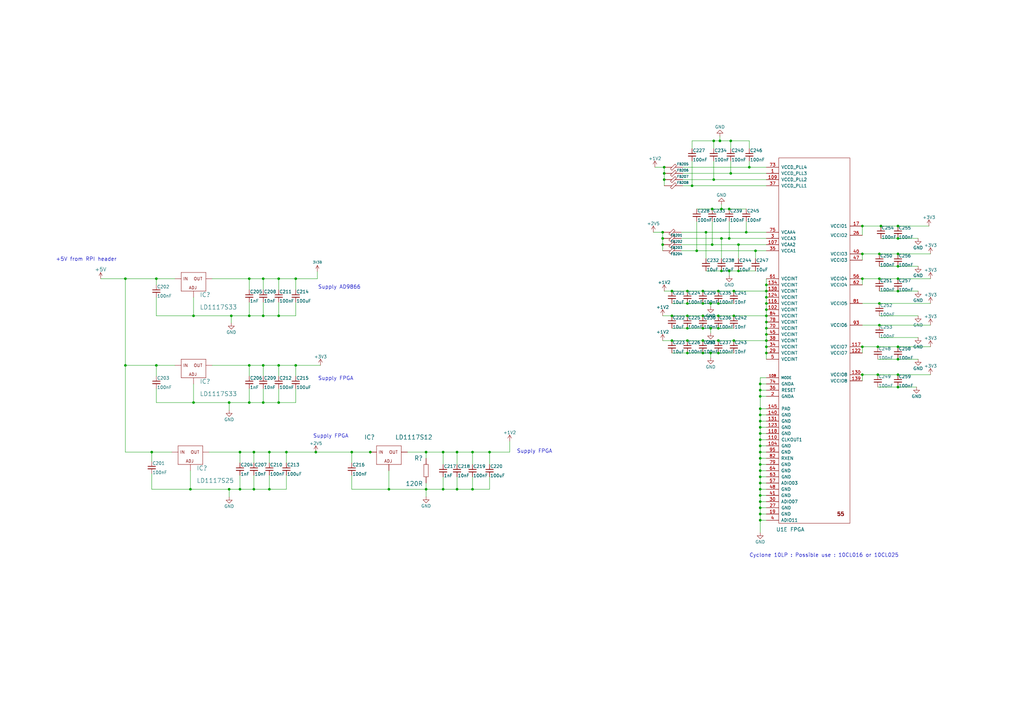
<source format=kicad_sch>
(kicad_sch (version 20231120) (generator "eeschema") (generator_version "8.0")
  (paper "A3")
  (title_block (date "2021-04-21") (rev "beta5") (company "AppMind") (comment 1 "PA3GSB"))
  (junction (at 275.59 129.54))
  (junction (at 114.3 114.3))
  (junction (at 368.3 158.75))
  (junction (at 104.14 200.66))
  (junction (at 288.29 144.78))
  (junction (at 291.465 124.46))
  (junction (at 289.56 95.25))
  (junction (at 294.64 144.78))
  (junction (at 353.695 114.3))
  (junction (at 360.68 104.14))
  (junction (at 311.785 180.34))
  (junction (at 295.91 85.725))
  (junction (at 311.785 172.72))
  (junction (at 294.64 119.38))
  (junction (at 51.435 114.3))
  (junction (at 311.785 210.82))
  (junction (at 51.435 149.86))
  (junction (at 62.23 185.42))
  (junction (at 360.045 153.67))
  (junction (at 181.737 200.66))
  (junction (at 288.29 139.7))
  (junction (at 93.98 200.66))
  (junction (at 311.785 200.66))
  (junction (at 311.785 162.56))
  (junction (at 107.95 129.54))
  (junction (at 275.59 139.7))
  (junction (at 102.235 149.86))
  (junction (at 121.285 149.86))
  (junction (at 353.695 153.67))
  (junction (at 311.785 195.58))
  (junction (at 368.3 142.24))
  (junction (at 271.78 95.25))
  (junction (at 302.895 100.33))
  (junction (at 98.425 185.42))
  (junction (at 299.72 57.785))
  (junction (at 360.68 124.46))
  (junction (at 288.29 134.62))
  (junction (at 360.68 114.3))
  (junction (at 102.235 129.54))
  (junction (at 368.3 92.71))
  (junction (at 295.91 111.125))
  (junction (at 281.94 124.46))
  (junction (at 311.785 157.48))
  (junction (at 174.752 200.66))
  (junction (at 291.465 134.62))
  (junction (at 295.275 57.785))
  (junction (at 368.3 104.14))
  (junction (at 311.785 185.42))
  (junction (at 193.802 185.42))
  (junction (at 311.785 175.26))
  (junction (at 314.325 124.46))
  (junction (at 307.34 68.58))
  (junction (at 300.99 129.54))
  (junction (at 314.325 127))
  (junction (at 187.452 185.42))
  (junction (at 302.895 111.125))
  (junction (at 187.452 200.66))
  (junction (at 311.785 198.12))
  (junction (at 314.325 144.78))
  (junction (at 285.75 102.87))
  (junction (at 114.3 129.54))
  (junction (at 107.95 149.86))
  (junction (at 288.29 119.38))
  (junction (at 281.94 134.62))
  (junction (at 314.325 132.08))
  (junction (at 314.325 129.54))
  (junction (at 281.94 129.54))
  (junction (at 314.325 121.92))
  (junction (at 311.785 187.96))
  (junction (at 311.785 182.88))
  (junction (at 288.29 129.54))
  (junction (at 311.785 205.74))
  (junction (at 291.465 144.78))
  (junction (at 314.325 119.38))
  (junction (at 292.735 57.785))
  (junction (at 311.785 177.8))
  (junction (at 94.869 129.54))
  (junction (at 104.14 185.42))
  (junction (at 144.272 185.42))
  (junction (at 294.64 134.62))
  (junction (at 314.325 137.16))
  (junction (at 271.78 97.79))
  (junction (at 288.29 124.46))
  (junction (at 314.325 139.7))
  (junction (at 272.415 73.66))
  (junction (at 353.695 92.71))
  (junction (at 272.415 68.58))
  (junction (at 79.375 129.54))
  (junction (at 292.1 85.725))
  (junction (at 110.49 185.42))
  (junction (at 275.59 119.38))
  (junction (at 107.95 165.1))
  (junction (at 299.085 97.79))
  (junction (at 102.235 114.3))
  (junction (at 200.787 185.42))
  (junction (at 311.785 203.2))
  (junction (at 309.88 102.87))
  (junction (at 193.802 200.66))
  (junction (at 360.68 133.35))
  (junction (at 300.99 139.7))
  (junction (at 78.105 200.66))
  (junction (at 294.64 139.7))
  (junction (at 368.3 109.22))
  (junction (at 368.3 114.3))
  (junction (at 93.98 165.1))
  (junction (at 368.3 153.67))
  (junction (at 98.425 200.66))
  (junction (at 281.94 139.7))
  (junction (at 272.415 71.12))
  (junction (at 311.785 160.02))
  (junction (at 299.72 71.12))
  (junction (at 294.64 124.46))
  (junction (at 181.737 185.42))
  (junction (at 292.735 73.66))
  (junction (at 129.54 185.42))
  (junction (at 361.315 92.71))
  (junction (at 311.785 167.64))
  (junction (at 159.512 200.66))
  (junction (at 368.3 147.32))
  (junction (at 117.475 185.42))
  (junction (at 294.64 129.54))
  (junction (at 311.785 213.36))
  (junction (at 283.845 76.2))
  (junction (at 368.3 119.38))
  (junction (at 306.07 95.25))
  (junction (at 314.325 116.84))
  (junction (at 281.94 119.38))
  (junction (at 353.695 104.14))
  (junction (at 299.085 111.125))
  (junction (at 64.135 114.3))
  (junction (at 114.3 165.1))
  (junction (at 360.045 142.24))
  (junction (at 110.49 200.66))
  (junction (at 311.785 170.18))
  (junction (at 368.3 97.79))
  (junction (at 151.892 185.42))
  (junction (at 121.285 114.3))
  (junction (at 79.375 165.1))
  (junction (at 300.99 119.38))
  (junction (at 311.785 208.28))
  (junction (at 64.135 149.86))
  (junction (at 314.325 134.62))
  (junction (at 295.91 97.79))
  (junction (at 114.3 149.86))
  (junction (at 292.1 100.33))
  (junction (at 314.325 142.24))
  (junction (at 271.78 100.33))
  (junction (at 299.085 85.725))
  (junction (at 281.94 144.78))
  (junction (at 311.785 190.5))
  (junction (at 353.695 142.24))
  (junction (at 107.95 114.3))
  (junction (at 311.785 193.04))
  (junction (at 102.235 165.1))
  (junction (at 174.752 185.42))
  (wire (pts (xy 159.512 200.66) (xy 174.752 200.66)))
  (wire (pts (xy 51.435 149.86) (xy 51.435 185.42)))
  (wire (pts (xy 311.785 205.74) (xy 311.785 208.28)))
  (wire (pts (xy 289.56 95.25) (xy 306.07 95.25)))
  (wire (pts (xy 62.23 200.66) (xy 62.23 194.31)))
  (wire (pts (xy 289.56 111.125) (xy 295.91 111.125)))
  (wire (pts (xy 280.035 68.58) (xy 307.34 68.58)))
  (wire (pts (xy 98.425 189.865) (xy 98.425 185.42)))
  (wire (pts (xy 64.135 114.3) (xy 64.135 116.84)))
  (wire (pts (xy 110.49 200.66) (xy 117.475 200.66)))
  (wire (pts (xy 167.132 185.42) (xy 174.752 185.42)))
  (wire (pts (xy 64.135 165.1) (xy 79.375 165.1)))
  (wire (pts (xy 288.29 119.38) (xy 281.94 119.38)))
  (wire (pts (xy 289.56 106.045) (xy 289.56 95.25)))
  (wire (pts (xy 314.325 213.36) (xy 311.785 213.36)))
  (wire (pts (xy 187.452 185.42) (xy 187.452 190.5)))
  (wire (pts (xy 314.325 144.78) (xy 314.325 147.32)))
  (wire (pts (xy 272.415 71.12) (xy 272.415 73.66)))
  (wire (pts (xy 107.95 129.54) (xy 114.3 129.54)))
  (wire (pts (xy 368.3 97.79) (xy 376.555 97.79)))
  (wire (pts (xy 187.452 185.42) (xy 193.802 185.42)))
  (wire (pts (xy 360.68 109.22) (xy 368.3 109.22)))
  (wire (pts (xy 353.695 153.67) (xy 360.045 153.67)))
  (wire (pts (xy 360.68 119.38) (xy 368.3 119.38)))
  (wire (pts (xy 193.802 185.42) (xy 193.802 190.5)))
  (wire (pts (xy 302.895 100.33) (xy 314.325 100.33)))
  (wire (pts (xy 299.085 111.125) (xy 302.895 111.125)))
  (wire (pts (xy 294.64 129.54) (xy 288.29 129.54)))
  (wire (pts (xy 368.3 153.67) (xy 381.635 153.67)))
  (wire (pts (xy 51.435 114.3) (xy 51.435 149.86)))
  (wire (pts (xy 62.23 200.66) (xy 78.105 200.66)))
  (wire (pts (xy 193.802 200.66) (xy 200.787 200.66)))
  (wire (pts (xy 272.415 68.58) (xy 268.605 68.58)))
  (wire (pts (xy 368.3 104.14) (xy 381.635 104.14)))
  (wire (pts (xy 292.735 57.785) (xy 295.275 57.785)))
  (wire (pts (xy 281.94 129.54) (xy 275.59 129.54)))
  (wire (pts (xy 353.695 104.14) (xy 360.68 104.14)))
  (wire (pts (xy 62.23 189.23) (xy 62.23 185.42)))
  (wire (pts (xy 368.3 142.24) (xy 381.635 142.24)))
  (wire (pts (xy 360.68 104.14) (xy 368.3 104.14)))
  (wire (pts (xy 94.869 129.54) (xy 102.235 129.54)))
  (wire (pts (xy 187.452 195.58) (xy 187.452 200.66)))
  (wire (pts (xy 361.315 92.71) (xy 368.3 92.71)))
  (wire (pts (xy 368.3 92.71) (xy 381 92.71)))
  (wire (pts (xy 314.325 127) (xy 314.325 129.54)))
  (wire (pts (xy 64.135 149.86) (xy 64.135 154.305)))
  (wire (pts (xy 144.272 200.66) (xy 159.512 200.66)))
  (wire (pts (xy 360.045 147.32) (xy 368.3 147.32)))
  (wire (pts (xy 353.695 133.35) (xy 360.68 133.35)))
  (wire (pts (xy 294.64 119.38) (xy 288.29 119.38)))
  (wire (pts (xy 114.3 149.86) (xy 114.3 154.305)))
  (wire (pts (xy 311.785 200.66) (xy 311.785 203.2)))
  (wire (pts (xy 283.845 57.785) (xy 292.735 57.785)))
  (wire (pts (xy 368.3 119.38) (xy 376.555 119.38)))
  (wire (pts (xy 300.99 139.7) (xy 294.64 139.7)))
  (wire (pts (xy 360.68 129.54) (xy 376.555 129.54)))
  (wire (pts (xy 181.737 185.42) (xy 187.452 185.42)))
  (wire (pts (xy 368.3 147.32) (xy 376.555 147.32)))
  (wire (pts (xy 314.325 208.28) (xy 311.785 208.28)))
  (wire (pts (xy 93.98 165.1) (xy 102.235 165.1)))
  (wire (pts (xy 271.78 100.33) (xy 271.78 102.87)))
  (wire (pts (xy 299.72 66.04) (xy 299.72 71.12)))
  (wire (pts (xy 275.59 134.62) (xy 281.94 134.62)))
  (wire (pts (xy 144.272 194.945) (xy 144.272 200.66)))
  (wire (pts (xy 272.415 68.58) (xy 272.415 71.12)))
  (wire (pts (xy 144.272 185.42) (xy 151.892 185.42)))
  (wire (pts (xy 314.325 160.02) (xy 311.785 160.02)))
  (wire (pts (xy 295.91 85.725) (xy 299.085 85.725)))
  (wire (pts (xy 279.4 102.87) (xy 285.75 102.87)))
  (wire (pts (xy 314.325 129.54) (xy 314.325 132.08)))
  (wire (pts (xy 93.98 203.835) (xy 93.98 200.66)))
  (wire (pts (xy 295.275 57.785) (xy 299.72 57.785)))
  (wire (pts (xy 299.085 97.79) (xy 314.325 97.79)))
  (wire (pts (xy 311.785 167.64) (xy 314.325 167.64)))
  (wire (pts (xy 291.465 146.685) (xy 291.465 144.78)))
  (wire (pts (xy 314.325 116.84) (xy 314.325 119.38)))
  (wire (pts (xy 299.085 90.805) (xy 299.085 97.79)))
  (wire (pts (xy 51.435 185.42) (xy 62.23 185.42)))
  (wire (pts (xy 86.995 114.3) (xy 102.235 114.3)))
  (wire (pts (xy 285.75 85.725) (xy 292.1 85.725)))
  (wire (pts (xy 85.725 185.42) (xy 98.425 185.42)))
  (wire (pts (xy 300.99 129.54) (xy 294.64 129.54)))
  (wire (pts (xy 302.895 111.125) (xy 309.88 111.125)))
  (wire (pts (xy 93.98 168.275) (xy 93.98 165.1)))
  (wire (pts (xy 279.4 95.25) (xy 289.56 95.25)))
  (wire (pts (xy 360.68 133.35) (xy 381.635 133.35)))
  (wire (pts (xy 299.085 85.725) (xy 306.07 85.725)))
  (wire (pts (xy 288.29 144.78) (xy 291.465 144.78)))
  (wire (pts (xy 114.3 165.1) (xy 121.285 165.1)))
  (wire (pts (xy 314.325 193.04) (xy 311.785 193.04)))
  (wire (pts (xy 121.285 129.54) (xy 121.285 123.952)))
  (wire (pts (xy 114.3 114.3) (xy 121.285 114.3)))
  (wire (pts (xy 314.325 129.54) (xy 300.99 129.54)))
  (wire (pts (xy 295.91 83.82) (xy 295.91 85.725)))
  (wire (pts (xy 200.787 185.42) (xy 200.787 190.5)))
  (wire (pts (xy 64.135 149.86) (xy 71.755 149.86)))
  (wire (pts (xy 280.035 71.12) (xy 299.72 71.12)))
  (wire (pts (xy 299.72 60.96) (xy 299.72 57.785)))
  (wire (pts (xy 51.435 149.86) (xy 64.135 149.86)))
  (wire (pts (xy 187.452 200.66) (xy 193.802 200.66)))
  (wire (pts (xy 294.64 124.46) (xy 300.99 124.46)))
  (wire (pts (xy 281.94 124.46) (xy 288.29 124.46)))
  (wire (pts (xy 288.29 129.54) (xy 281.94 129.54)))
  (wire (pts (xy 104.14 185.42) (xy 110.49 185.42)))
  (wire (pts (xy 353.695 116.84) (xy 353.695 114.3)))
  (wire (pts (xy 311.785 177.8) (xy 311.785 180.34)))
  (wire (pts (xy 98.425 200.66) (xy 104.14 200.66)))
  (wire (pts (xy 294.64 129.54) (xy 294.64 130.175)))
  (wire (pts (xy 314.325 139.7) (xy 314.325 142.24)))
  (wire (pts (xy 209.042 185.42) (xy 209.042 180.975)))
  (wire (pts (xy 174.752 185.42) (xy 181.737 185.42)))
  (wire (pts (xy 281.94 144.78) (xy 288.29 144.78)))
  (wire (pts (xy 311.785 170.18) (xy 311.785 172.72)))
  (wire (pts (xy 78.105 200.66) (xy 93.98 200.66)))
  (wire (pts (xy 271.78 139.7) (xy 275.59 139.7)))
  (wire (pts (xy 291.465 124.46) (xy 294.64 124.46)))
  (wire (pts (xy 314.325 205.74) (xy 311.785 205.74)))
  (wire (pts (xy 98.425 194.945) (xy 98.425 200.66)))
  (wire (pts (xy 292.1 100.33) (xy 302.895 100.33)))
  (wire (pts (xy 314.325 170.18) (xy 311.785 170.18)))
  (wire (pts (xy 353.695 96.52) (xy 353.695 92.71)))
  (wire (pts (xy 275.59 144.78) (xy 281.94 144.78)))
  (wire (pts (xy 309.88 102.87) (xy 314.325 102.87)))
  (wire (pts (xy 181.737 185.42) (xy 181.737 190.5)))
  (wire (pts (xy 107.95 123.952) (xy 107.95 129.54)))
  (wire (pts (xy 311.785 167.64) (xy 311.785 170.18)))
  (wire (pts (xy 78.105 193.04) (xy 78.105 200.66)))
  (wire (pts (xy 307.34 57.785) (xy 307.34 60.96)))
  (wire (pts (xy 311.785 203.2) (xy 311.785 205.74)))
  (wire (pts (xy 368.3 158.75) (xy 375.92 158.75)))
  (wire (pts (xy 193.802 200.66) (xy 193.802 195.58)))
  (wire (pts (xy 314.325 124.46) (xy 314.325 127)))
  (wire (pts (xy 121.285 149.86) (xy 121.285 154.305)))
  (wire (pts (xy 311.785 162.56) (xy 311.785 167.64)))
  (wire (pts (xy 129.54 185.42) (xy 144.272 185.42)))
  (wire (pts (xy 102.235 165.1) (xy 102.235 159.385)))
  (wire (pts (xy 314.325 200.66) (xy 311.785 200.66)))
  (wire (pts (xy 361.315 97.79) (xy 368.3 97.79)))
  (wire (pts (xy 360.68 124.46) (xy 381.635 124.46)))
  (wire (pts (xy 353.695 156.21) (xy 353.695 153.67)))
  (wire (pts (xy 314.325 157.48) (xy 311.785 157.48)))
  (wire (pts (xy 200.787 185.42) (xy 209.042 185.42)))
  (wire (pts (xy 280.035 73.66) (xy 292.735 73.66)))
  (wire (pts (xy 295.91 97.79) (xy 299.085 97.79)))
  (wire (pts (xy 102.235 165.1) (xy 107.95 165.1)))
  (wire (pts (xy 314.325 187.96) (xy 311.785 187.96)))
  (wire (pts (xy 294.64 134.62) (xy 300.99 134.62)))
  (wire (pts (xy 121.285 114.3) (xy 130.175 114.3)))
  (wire (pts (xy 41.275 114.3) (xy 51.435 114.3)))
  (wire (pts (xy 121.285 149.86) (xy 131.445 149.86)))
  (wire (pts (xy 314.325 185.42) (xy 311.785 185.42)))
  (wire (pts (xy 51.435 114.3) (xy 64.135 114.3)))
  (wire (pts (xy 130.175 114.3) (xy 130.175 111.379)))
  (wire (pts (xy 104.14 200.66) (xy 110.49 200.66)))
  (wire (pts (xy 181.737 200.66) (xy 181.737 195.58)))
  (wire (pts (xy 311.785 160.02) (xy 311.785 162.56)))
  (wire (pts (xy 114.3 114.3) (xy 114.3 118.872)))
  (wire (pts (xy 283.845 60.96) (xy 283.845 57.785)))
  (wire (pts (xy 114.3 165.1) (xy 114.3 159.385)))
  (wire (pts (xy 311.785 182.88) (xy 311.785 185.42)))
  (wire (pts (xy 353.695 92.71) (xy 361.315 92.71)))
  (wire (pts (xy 94.869 132.461) (xy 94.869 129.54)))
  (wire (pts (xy 275.59 129.54) (xy 271.78 129.54)))
  (wire (pts (xy 110.49 185.42) (xy 117.475 185.42)))
  (wire (pts (xy 110.49 194.945) (xy 110.49 200.66)))
  (wire (pts (xy 314.325 137.16) (xy 314.325 139.7)))
  (wire (pts (xy 314.325 177.8) (xy 311.785 177.8)))
  (wire (pts (xy 267.97 95.25) (xy 271.78 95.25)))
  (wire (pts (xy 79.375 129.54) (xy 79.375 121.92)))
  (wire (pts (xy 360.68 138.43) (xy 376.555 138.43)))
  (wire (pts (xy 291.465 136.525) (xy 291.465 134.62)))
  (wire (pts (xy 181.737 200.66) (xy 187.452 200.66)))
  (wire (pts (xy 300.99 119.38) (xy 294.64 119.38)))
  (wire (pts (xy 302.895 106.045) (xy 302.895 100.33)))
  (wire (pts (xy 271.78 95.25) (xy 271.78 97.79)))
  (wire (pts (xy 299.085 113.03) (xy 299.085 111.125)))
  (wire (pts (xy 311.785 190.5) (xy 311.785 193.04)))
  (wire (pts (xy 311.785 172.72) (xy 311.785 175.26)))
  (wire (pts (xy 144.272 185.42) (xy 144.272 189.865)))
  (wire (pts (xy 295.91 111.125) (xy 299.085 111.125)))
  (wire (pts (xy 353.695 114.3) (xy 360.68 114.3)))
  (wire (pts (xy 285.75 90.805) (xy 285.75 102.87)))
  (wire (pts (xy 314.325 139.7) (xy 300.99 139.7)))
  (wire (pts (xy 193.802 185.42) (xy 200.787 185.42)))
  (wire (pts (xy 281.94 139.7) (xy 275.59 139.7)))
  (wire (pts (xy 294.64 144.78) (xy 300.99 144.78)))
  (wire (pts (xy 107.95 165.1) (xy 114.3 165.1)))
  (wire (pts (xy 311.785 198.12) (xy 311.785 200.66)))
  (wire (pts (xy 314.325 114.3) (xy 314.325 116.84)))
  (wire (pts (xy 288.29 124.46) (xy 291.465 124.46)))
  (wire (pts (xy 281.94 134.62) (xy 288.29 134.62)))
  (wire (pts (xy 314.325 121.92) (xy 314.325 124.46)))
  (wire (pts (xy 79.375 129.54) (xy 94.869 129.54)))
  (wire (pts (xy 86.995 149.86) (xy 102.235 149.86)))
  (wire (pts (xy 107.95 114.3) (xy 107.95 118.872)))
  (wire (pts (xy 314.325 154.94) (xy 311.785 154.94)))
  (wire (pts (xy 292.735 66.04) (xy 292.735 73.66)))
  (wire (pts (xy 294.64 139.7) (xy 288.29 139.7)))
  (wire (pts (xy 107.95 114.3) (xy 114.3 114.3)))
  (wire (pts (xy 291.465 125.73) (xy 291.465 124.46)))
  (wire (pts (xy 102.235 118.872) (xy 102.235 114.3)))
  (wire (pts (xy 275.59 124.46) (xy 281.94 124.46)))
  (wire (pts (xy 314.325 172.72) (xy 311.785 172.72)))
  (wire (pts (xy 291.465 144.78) (xy 294.64 144.78)))
  (wire (pts (xy 151.892 185.42) (xy 152.019 185.42)))
  (wire (pts (xy 117.475 185.42) (xy 129.54 185.42)))
  (wire (pts (xy 288.29 134.62) (xy 291.465 134.62)))
  (wire (pts (xy 64.135 159.385) (xy 64.135 165.1)))
  (wire (pts (xy 368.3 114.3) (xy 381.635 114.3)))
  (wire (pts (xy 102.235 123.952) (xy 102.235 129.54)))
  (wire (pts (xy 314.325 190.5) (xy 311.785 190.5)))
  (wire (pts (xy 102.235 149.86) (xy 102.235 154.305)))
  (wire (pts (xy 79.375 157.48) (xy 79.375 165.1)))
  (wire (pts (xy 114.3 129.54) (xy 121.285 129.54)))
  (wire (pts (xy 311.785 193.04) (xy 311.785 195.58)))
  (wire (pts (xy 279.4 97.79) (xy 295.91 97.79)))
  (wire (pts (xy 295.275 57.785) (xy 295.275 55.88)))
  (wire (pts (xy 174.752 200.66) (xy 174.752 203.708)))
  (wire (pts (xy 311.785 187.96) (xy 311.785 190.5)))
  (wire (pts (xy 292.1 90.805) (xy 292.1 100.33)))
  (wire (pts (xy 299.72 57.785) (xy 307.34 57.785)))
  (wire (pts (xy 307.34 66.04) (xy 307.34 68.58)))
  (wire (pts (xy 292.735 73.66) (xy 314.325 73.66)))
  (wire (pts (xy 64.135 114.3) (xy 71.755 114.3)))
  (wire (pts (xy 281.94 119.38) (xy 275.59 119.38)))
  (wire (pts (xy 271.78 97.79) (xy 271.78 100.33)))
  (wire (pts (xy 353.695 142.24) (xy 360.045 142.24)))
  (wire (pts (xy 295.91 106.045) (xy 295.91 97.79)))
  (wire (pts (xy 314.325 132.08) (xy 314.325 134.62)))
  (wire (pts (xy 107.95 149.86) (xy 107.95 154.305)))
  (wire (pts (xy 314.325 119.38) (xy 300.99 119.38)))
  (wire (pts (xy 314.325 116.84) (xy 314.452 116.84)))
  (wire (pts (xy 285.75 102.87) (xy 309.88 102.87)))
  (wire (pts (xy 306.07 95.25) (xy 314.325 95.25)))
  (wire (pts (xy 283.845 66.04) (xy 283.845 76.2)))
  (wire (pts (xy 311.785 175.26) (xy 311.785 177.8)))
  (wire (pts (xy 174.752 200.66) (xy 181.737 200.66)))
  (wire (pts (xy 311.785 195.58) (xy 311.785 198.12)))
  (wire (pts (xy 311.785 210.82) (xy 311.785 213.36)))
  (wire (pts (xy 64.135 129.54) (xy 79.375 129.54)))
  (wire (pts (xy 93.98 200.66) (xy 98.425 200.66)))
  (wire (pts (xy 200.787 200.66) (xy 200.787 195.58)))
  (wire (pts (xy 283.845 76.2) (xy 314.325 76.2)))
  (wire (pts (xy 279.4 100.33) (xy 292.1 100.33)))
  (wire (pts (xy 311.785 185.42) (xy 311.785 187.96)))
  (wire (pts (xy 360.045 142.24) (xy 368.3 142.24)))
  (wire (pts (xy 314.325 210.82) (xy 311.785 210.82)))
  (wire (pts (xy 104.14 185.42) (xy 104.14 189.865)))
  (wire (pts (xy 311.785 154.94) (xy 311.785 157.48)))
  (wire (pts (xy 314.325 162.56) (xy 311.785 162.56)))
  (wire (pts (xy 110.49 185.42) (xy 110.49 189.865)))
  (wire (pts (xy 102.235 129.54) (xy 107.95 129.54)))
  (wire (pts (xy 79.375 165.1) (xy 93.98 165.1)))
  (wire (pts (xy 353.695 106.68) (xy 353.695 104.14)))
  (wire (pts (xy 314.325 175.26) (xy 311.785 175.26)))
  (wire (pts (xy 360.045 158.75) (xy 368.3 158.75)))
  (wire (pts (xy 314.325 180.34) (xy 311.785 180.34)))
  (wire (pts (xy 114.3 123.952) (xy 114.3 129.54)))
  (wire (pts (xy 309.88 102.87) (xy 309.88 106.045)))
  (wire (pts (xy 353.695 144.78) (xy 353.695 142.24)))
  (wire (pts (xy 360.68 114.3) (xy 368.3 114.3)))
  (wire (pts (xy 117.475 200.66) (xy 117.475 194.945)))
  (wire (pts (xy 114.3 149.86) (xy 121.285 149.86)))
  (wire (pts (xy 174.752 185.42) (xy 174.752 187.96)))
  (wire (pts (xy 64.135 121.92) (xy 64.135 129.54)))
  (wire (pts (xy 292.1 85.725) (xy 295.91 85.725)))
  (wire (pts (xy 292.735 60.96) (xy 292.735 57.785)))
  (wire (pts (xy 62.23 185.42) (xy 70.485 185.42)))
  (wire (pts (xy 314.325 119.38) (xy 314.325 121.92)))
  (wire (pts (xy 311.785 208.28) (xy 311.785 210.82)))
  (wire (pts (xy 314.325 182.88) (xy 311.785 182.88)))
  (wire (pts (xy 288.29 139.7) (xy 281.94 139.7)))
  (wire (pts (xy 311.785 157.48) (xy 311.785 160.02)))
  (wire (pts (xy 311.785 213.36) (xy 311.785 218.44)))
  (wire (pts (xy 307.34 68.58) (xy 314.325 68.58)))
  (wire (pts (xy 107.95 149.86) (xy 114.3 149.86)))
  (wire (pts (xy 121.285 114.3) (xy 121.285 118.872)))
  (wire (pts (xy 107.95 165.1) (xy 107.95 159.385)))
  (wire (pts (xy 299.72 71.12) (xy 314.325 71.12)))
  (wire (pts (xy 98.425 185.42) (xy 104.14 185.42)))
  (wire (pts (xy 314.325 142.24) (xy 314.325 144.78)))
  (wire (pts (xy 272.415 73.66) (xy 272.415 76.2)))
  (wire (pts (xy 314.325 198.12) (xy 311.785 198.12)))
  (wire (pts (xy 280.035 76.2) (xy 283.845 76.2)))
  (wire (pts (xy 311.785 180.34) (xy 311.785 182.88)))
  (wire (pts (xy 275.59 119.38) (xy 272.415 119.38)))
  (wire (pts (xy 104.14 194.945) (xy 104.14 200.66)))
  (wire (pts (xy 306.07 90.805) (xy 306.07 95.25)))
  (wire (pts (xy 102.235 149.86) (xy 107.95 149.86)))
  (wire (pts (xy 314.325 195.58) (xy 311.785 195.58)))
  (wire (pts (xy 353.695 124.46) (xy 360.68 124.46)))
  (wire (pts (xy 314.325 203.2) (xy 311.785 203.2)))
  (wire (pts (xy 174.752 198.12) (xy 174.752 200.66)))
  (wire (pts (xy 314.325 134.62) (xy 314.325 137.16)))
  (wire (pts (xy 368.3 109.22) (xy 376.555 109.22)))
  (wire (pts (xy 102.235 114.3) (xy 107.95 114.3)))
  (wire (pts (xy 291.465 134.62) (xy 294.64 134.62)))
  (wire (pts (xy 121.285 165.1) (xy 121.285 159.385)))
  (wire (pts (xy 360.045 153.67) (xy 368.3 153.67)))
  (wire (pts (xy 117.475 185.42) (xy 117.475 189.865)))
  (wire (pts (xy 159.512 193.04) (xy 159.512 200.66)))
  (text "Supply AD9866" (at 130.429 118.745 0) (effects (font (size 1.524 1.524)) (justify left bottom)))
  (text "Cyclone 10LP : Possible use : 10CL016 or 10CL025" (at 307.34 228.727 0) (effects (font (size 1.524 1.524)) (justify left bottom)))
  (text "+5V from RPI header" (at 22.86 107.315 0) (effects (font (size 1.524 1.524)) (justify left bottom)))
  (text "Supply FPGA" (at 130.429 156.21 0) (effects (font (size 1.524 1.524)) (justify left bottom)))
  (text "Supply FPGA" (at 128.397 179.832 0) (effects (font (size 1.524 1.524)) (justify left bottom)))
  (text "Supply FPGA" (at 211.963 186.055 0) (effects (font (size 1.524 1.524)) (justify left bottom)))
  (symbol (lib_id "Radioberry:V-REG_LD117AS33TR") (at 79.375 114.3 0) (unit 1)
    (property "Reference" "IC202" (at 81.8896 121.92 0) (effects (font (size 1.778 1.778)) (justify left bottom)))
    (property "Value" "LD1117S33" (at 81.8896 127 0) (effects (font (size 1.778 1.778)) (justify left bottom)))
    (property "Footprint" "Radioberry:V-REG_SOT223" (effects (hide yes)))
    (instances (project "" (path "" (reference "IC?") (unit 1)) (path "" (reference "IC202") (unit 1))))
  )
  (symbol (lib_id "Radioberry:V-REG_LD117AS33TR") (at 79.375 149.86 0) (unit 1)
    (property "Reference" "IC203" (at 81.8896 157.48 0) (effects (font (size 1.778 1.778)) (justify left bottom)))
    (property "Value" "LD1117S33" (at 81.8896 162.56 0) (effects (font (size 1.778 1.778)) (justify left bottom)))
    (property "Footprint" "Radioberry:V-REG_SOT223" (effects (hide yes)))
    (instances (project "" (path "" (reference "IC?") (unit 1)) (path "" (reference "IC203") (unit 1))))
  )
  (symbol (lib_id "Radioberry:V-REG_LD117AS33TR") (at 78.105 185.42 0) (unit 1)
    (property "Reference" "IC201" (at 80.6196 193.04 0) (effects (font (size 1.778 1.778)) (justify left bottom)))
    (property "Value" "LD1117S25" (at 80.6196 198.12 0) (effects (font (size 1.778 1.778)) (justify left bottom)))
    (property "Footprint" "Radioberry:V-REG_SOT223" (effects (hide yes)))
    (instances (project "" (path "" (reference "IC?") (unit 1)) (path "" (reference "IC201") (unit 1))))
  )
  (symbol (lib_id "Radioberry:V-REG_LD117AS12TR") (at 159.512 185.42 0) (unit 1)
    (property "Reference" "IC204" (at 149.352 180.34 0) (effects (font (size 1.778 1.778)) (justify left bottom)))
    (property "Value" "LD1117S12" (at 162.052 180.34 0) (effects (font (size 1.778 1.778)) (justify left bottom)))
    (property "Footprint" "Radioberry:V-REG_SOT223" (effects (hide yes)))
    (instances (project "" (path "" (reference "IC?") (unit 1)) (path "" (reference "IC204") (unit 1))))
  )
  (symbol (lib_id "Radioberry:RCL_R-EU_R0805") (at 174.752 193.04 90) (unit 1)
    (property "Reference" "R201" (at 173.482 186.9186 90) (effects (font (size 1.778 1.778)) (justify left bottom)))
    (property "Value" "120R" (at 173.482 197.358 90) (effects (font (size 1.778 1.778)) (justify left bottom)))
    (property "Footprint" "hermeslite:SMD-0805" (effects (hide yes)))
    (instances (project "" (path "" (reference "R?") (unit 1)) (path "" (reference "R201") (unit 1))))
  )
  (symbol (lib_id "hermeslite:+3V3") (at 131.445 149.86 0) (unit 1)
    (property "Reference" "#PWR02" (effects (hide yes)))
    (property "Value" "+3V3" (at 131.445 146.304 0))
  )
  (symbol (lib_id "hermeslite:GND") (at 311.785 218.44 0) (unit 1)
    (property "Reference" "#PWR03" (effects (hide yes)))
    (property "Value" "GND" (at 311.785 222.25 0))
  )
  (symbol (lib_id "hermeslite:C_Small") (at 361.315 95.25 0) (unit 1)
    (property "Reference" "C254" (at 361.569 93.472 0) (effects (justify left)))
    (property "Value" "100nF" (at 361.569 97.282 0) (effects (justify left)))
    (property "Footprint" "+VU2UPX_FOOTPRINT:C_0603_1608Metric_Pad1.08x0.95mm_HandSolder" (effects (hide yes)))
  )
  (symbol (lib_id "hermeslite:C_Small") (at 368.3 95.25 0) (unit 1)
    (property "Reference" "C255" (at 368.554 93.472 0) (effects (justify left)))
    (property "Value" "100nF" (at 368.554 97.282 0) (effects (justify left)))
    (property "Footprint" "+VU2UPX_FOOTPRINT:C_0603_1608Metric_Pad1.08x0.95mm_HandSolder" (effects (hide yes)))
  )
  (symbol (lib_id "hermeslite:C_Small") (at 360.68 106.68 0) (unit 1)
    (property "Reference" "C250" (at 360.934 104.902 0) (effects (justify left)))
    (property "Value" "100nF" (at 360.934 108.712 0) (effects (justify left)))
    (property "Footprint" "+VU2UPX_FOOTPRINT:C_0603_1608Metric_Pad1.08x0.95mm_HandSolder" (effects (hide yes)))
  )
  (symbol (lib_id "hermeslite:C_Small") (at 368.3 106.68 0) (unit 1)
    (property "Reference" "C256" (at 368.554 104.902 0) (effects (justify left)))
    (property "Value" "100nF" (at 368.554 108.712 0) (effects (justify left)))
    (property "Footprint" "+VU2UPX_FOOTPRINT:C_0603_1608Metric_Pad1.08x0.95mm_HandSolder" (effects (hide yes)))
  )
  (symbol (lib_id "hermeslite:C_Small") (at 360.68 116.84 0) (unit 1)
    (property "Reference" "C251" (at 360.934 115.062 0) (effects (justify left)))
    (property "Value" "100nF" (at 360.934 118.872 0) (effects (justify left)))
    (property "Footprint" "+VU2UPX_FOOTPRINT:C_0603_1608Metric_Pad1.08x0.95mm_HandSolder" (effects (hide yes)))
  )
  (symbol (lib_id "hermeslite:C_Small") (at 368.3 116.84 0) (unit 1)
    (property "Reference" "C257" (at 368.554 115.062 0) (effects (justify left)))
    (property "Value" "100nF" (at 368.554 118.872 0) (effects (justify left)))
    (property "Footprint" "+VU2UPX_FOOTPRINT:C_0603_1608Metric_Pad1.08x0.95mm_HandSolder" (effects (hide yes)))
  )
  (symbol (lib_id "hermeslite:C_Small") (at 360.68 127 0) (unit 1)
    (property "Reference" "C252" (at 360.934 125.222 0) (effects (justify left)))
    (property "Value" "100nF" (at 360.934 129.032 0) (effects (justify left)))
    (property "Footprint" "+VU2UPX_FOOTPRINT:C_0603_1608Metric_Pad1.08x0.95mm_HandSolder" (effects (hide yes)))
  )
  (symbol (lib_id "hermeslite:C_Small") (at 360.68 135.89 0) (unit 1)
    (property "Reference" "C253" (at 360.934 134.112 0) (effects (justify left)))
    (property "Value" "100nF" (at 360.934 137.922 0) (effects (justify left)))
    (property "Footprint" "+VU2UPX_FOOTPRINT:C_0603_1608Metric_Pad1.08x0.95mm_HandSolder" (effects (hide yes)))
  )
  (symbol (lib_id "hermeslite:C_Small") (at 360.045 144.78 0) (unit 1)
    (property "Reference" "C248" (at 360.299 143.002 0) (effects (justify left)))
    (property "Value" "100nF" (at 360.299 146.812 0) (effects (justify left)))
    (property "Footprint" "+VU2UPX_FOOTPRINT:C_0603_1608Metric_Pad1.08x0.95mm_HandSolder" (effects (hide yes)))
  )
  (symbol (lib_id "hermeslite:C_Small") (at 368.3 144.78 0) (unit 1)
    (property "Reference" "C258" (at 368.554 143.002 0) (effects (justify left)))
    (property "Value" "100nF" (at 368.554 146.812 0) (effects (justify left)))
    (property "Footprint" "+VU2UPX_FOOTPRINT:C_0603_1608Metric_Pad1.08x0.95mm_HandSolder" (effects (hide yes)))
  )
  (symbol (lib_id "hermeslite:C_Small") (at 360.045 156.21 0) (unit 1)
    (property "Reference" "C249" (at 360.299 154.432 0) (effects (justify left)))
    (property "Value" "100nF" (at 360.299 158.242 0) (effects (justify left)))
    (property "Footprint" "+VU2UPX_FOOTPRINT:C_0603_1608Metric_Pad1.08x0.95mm_HandSolder" (effects (hide yes)))
  )
  (symbol (lib_id "hermeslite:C_Small") (at 368.3 156.21 0) (unit 1)
    (property "Reference" "C259" (at 368.554 154.432 0) (effects (justify left)))
    (property "Value" "100nF" (at 368.554 158.242 0) (effects (justify left)))
    (property "Footprint" "+VU2UPX_FOOTPRINT:C_0603_1608Metric_Pad1.08x0.95mm_HandSolder" (effects (hide yes)))
  )
  (symbol (lib_id "hermeslite:GND") (at 376.555 97.79 0) (unit 1)
    (property "Reference" "#PWR04" (effects (hide yes)))
    (property "Value" "GND" (at 376.555 101.6 0))
  )
  (symbol (lib_id "hermeslite:GND") (at 376.555 109.22 0) (unit 1)
    (property "Reference" "#PWR05" (effects (hide yes)))
    (property "Value" "GND" (at 376.555 113.03 0))
  )
  (symbol (lib_id "hermeslite:GND") (at 376.555 119.38 0) (unit 1)
    (property "Reference" "#PWR06" (effects (hide yes)))
    (property "Value" "GND" (at 376.555 123.19 0))
  )
  (symbol (lib_id "hermeslite:GND") (at 376.555 129.54 0) (unit 1)
    (property "Reference" "#PWR07" (effects (hide yes)))
    (property "Value" "GND" (at 376.555 133.35 0))
  )
  (symbol (lib_id "hermeslite:GND") (at 376.555 138.43 0) (unit 1)
    (property "Reference" "#PWR08" (effects (hide yes)))
    (property "Value" "GND" (at 376.555 142.24 0))
  )
  (symbol (lib_id "hermeslite:GND") (at 376.555 147.32 0) (unit 1)
    (property "Reference" "#PWR09" (effects (hide yes)))
    (property "Value" "GND" (at 376.555 151.13 0))
  )
  (symbol (lib_id "hermeslite:GND") (at 375.92 158.75 0) (unit 1)
    (property "Reference" "#PWR010" (effects (hide yes)))
    (property "Value" "GND" (at 375.92 162.56 0))
  )
  (symbol (lib_id "hermeslite:+3V3") (at 381 92.71 0) (unit 1)
    (property "Reference" "#PWR011" (effects (hide yes)))
    (property "Value" "+3V3" (at 381 89.154 0))
  )
  (symbol (lib_id "hermeslite:+3V3") (at 381.635 104.14 0) (unit 1)
    (property "Reference" "#PWR012" (effects (hide yes)))
    (property "Value" "+3V3" (at 381.635 100.584 0))
  )
  (symbol (lib_id "hermeslite:+3V3") (at 381.635 114.3 0) (unit 1)
    (property "Reference" "#PWR013" (effects (hide yes)))
    (property "Value" "+3V3" (at 381.635 110.744 0))
  )
  (symbol (lib_id "hermeslite:+3V3") (at 381.635 124.46 0) (unit 1)
    (property "Reference" "#PWR014" (effects (hide yes)))
    (property "Value" "+3V3" (at 381.635 120.904 0))
  )
  (symbol (lib_id "hermeslite:+3V3") (at 381.635 133.35 0) (unit 1)
    (property "Reference" "#PWR015" (effects (hide yes)))
    (property "Value" "+3V3" (at 381.635 129.794 0))
  )
  (symbol (lib_id "hermeslite:+3V3") (at 381.635 142.24 0) (unit 1)
    (property "Reference" "#PWR016" (effects (hide yes)))
    (property "Value" "+3V3" (at 381.635 138.684 0))
  )
  (symbol (lib_id "hermeslite:+3V3") (at 381.635 153.67 0) (unit 1)
    (property "Reference" "#PWR017" (effects (hide yes)))
    (property "Value" "+3V3" (at 381.635 150.114 0))
  )
  (symbol (lib_id "Radioberry:FPGA") (at 318.135 214.63 0) (unit 5)
    (property "Reference" "U1" (at 320.675 217.17 0) (effects (font (size 1.524 1.524))))
    (property "Value" "FPGA" (at 327.025 217.17 0) (effects (font (size 1.524 1.524))))
    (property "Footprint" "hermeslite:CYCLONE10LP" (effects (hide yes)))
  )
  (symbol (lib_id "hermeslite:C_Small") (at 300.99 121.92 0) (unit 1)
    (property "Reference" "C241" (at 301.244 120.142 0) (effects (justify left)))
    (property "Value" "10nF" (at 301.244 123.952 0) (effects (justify left)))
    (property "Footprint" "+VU2UPX_FOOTPRINT:C_0603_1608Metric_Pad1.08x0.95mm_HandSolder" (effects (hide yes)))
  )
  (symbol (lib_id "hermeslite:C_Small") (at 294.64 121.92 0) (unit 1)
    (property "Reference" "C235" (at 294.894 120.142 0) (effects (justify left)))
    (property "Value" "100nF" (at 294.894 123.952 0) (effects (justify left)))
    (property "Footprint" "+VU2UPX_FOOTPRINT:C_0603_1608Metric_Pad1.08x0.95mm_HandSolder" (effects (hide yes)))
  )
  (symbol (lib_id "hermeslite:C_Small") (at 288.29 121.92 0) (unit 1)
    (property "Reference" "C229" (at 288.544 120.142 0) (effects (justify left)))
    (property "Value" "100nF" (at 288.544 123.952 0) (effects (justify left)))
    (property "Footprint" "+VU2UPX_FOOTPRINT:C_0603_1608Metric_Pad1.08x0.95mm_HandSolder" (effects (hide yes)))
  )
  (symbol (lib_id "hermeslite:C_Small") (at 281.94 121.92 0) (unit 1)
    (property "Reference" "C224" (at 282.194 120.142 0) (effects (justify left)))
    (property "Value" "100nF" (at 282.194 123.952 0) (effects (justify left)))
    (property "Footprint" "+VU2UPX_FOOTPRINT:C_0603_1608Metric_Pad1.08x0.95mm_HandSolder" (effects (hide yes)))
  )
  (symbol (lib_id "hermeslite:C_Small") (at 300.99 132.08 0) (unit 1)
    (property "Reference" "C242" (at 301.244 130.302 0) (effects (justify left)))
    (property "Value" "10nF" (at 301.244 134.112 0) (effects (justify left)))
    (property "Footprint" "+VU2UPX_FOOTPRINT:C_0603_1608Metric_Pad1.08x0.95mm_HandSolder" (effects (hide yes)))
  )
  (symbol (lib_id "hermeslite:C_Small") (at 294.64 132.08 0) (unit 1)
    (property "Reference" "C236" (at 294.894 130.302 0) (effects (justify left)))
    (property "Value" "100nF" (at 294.894 134.112 0) (effects (justify left)))
    (property "Footprint" "+VU2UPX_FOOTPRINT:C_0603_1608Metric_Pad1.08x0.95mm_HandSolder" (effects (hide yes)))
  )
  (symbol (lib_id "hermeslite:C_Small") (at 288.29 132.08 0) (unit 1)
    (property "Reference" "C230" (at 288.544 130.302 0) (effects (justify left)))
    (property "Value" "100nF" (at 288.544 134.112 0) (effects (justify left)))
    (property "Footprint" "+VU2UPX_FOOTPRINT:C_0603_1608Metric_Pad1.08x0.95mm_HandSolder" (effects (hide yes)))
  )
  (symbol (lib_id "hermeslite:C_Small") (at 281.94 132.08 0) (unit 1)
    (property "Reference" "C225" (at 282.194 130.302 0) (effects (justify left)))
    (property "Value" "100nF" (at 282.194 134.112 0) (effects (justify left)))
    (property "Footprint" "+VU2UPX_FOOTPRINT:C_0603_1608Metric_Pad1.08x0.95mm_HandSolder" (effects (hide yes)))
  )
  (symbol (lib_id "hermeslite:C_Small") (at 294.64 142.24 0) (unit 1)
    (property "Reference" "C237" (at 294.894 140.462 0) (effects (justify left)))
    (property "Value" "100nF" (at 294.894 144.272 0) (effects (justify left)))
    (property "Footprint" "+VU2UPX_FOOTPRINT:C_0603_1608Metric_Pad1.08x0.95mm_HandSolder" (effects (hide yes)))
  )
  (symbol (lib_id "hermeslite:C_Small") (at 300.99 142.24 0) (unit 1)
    (property "Reference" "C243" (at 301.244 140.462 0) (effects (justify left)))
    (property "Value" "10nF" (at 301.244 144.272 0) (effects (justify left)))
    (property "Footprint" "+VU2UPX_FOOTPRINT:C_0603_1608Metric_Pad1.08x0.95mm_HandSolder" (effects (hide yes)))
  )
  (symbol (lib_id "hermeslite:C_Small") (at 288.29 142.24 0) (unit 1)
    (property "Reference" "C231" (at 288.544 140.462 0) (effects (justify left)))
    (property "Value" "100nF" (at 288.544 144.272 0) (effects (justify left)))
    (property "Footprint" "+VU2UPX_FOOTPRINT:C_0603_1608Metric_Pad1.08x0.95mm_HandSolder" (effects (hide yes)))
  )
  (symbol (lib_id "hermeslite:C_Small") (at 281.94 142.24 0) (unit 1)
    (property "Reference" "C226" (at 282.194 140.462 0) (effects (justify left)))
    (property "Value" "100nF" (at 282.194 144.272 0) (effects (justify left)))
    (property "Footprint" "+VU2UPX_FOOTPRINT:C_0603_1608Metric_Pad1.08x0.95mm_HandSolder" (effects (hide yes)))
  )
  (symbol (lib_id "hermeslite:GND") (at 291.465 125.73 0) (unit 1)
    (property "Reference" "#PWR018" (effects (hide yes)))
    (property "Value" "GND" (at 291.465 129.54 0))
  )
  (symbol (lib_id "hermeslite:GND") (at 291.465 136.525 0) (unit 1)
    (property "Reference" "#PWR019" (effects (hide yes)))
    (property "Value" "GND" (at 291.465 140.335 0))
  )
  (symbol (lib_id "hermeslite:GND") (at 291.465 146.685 0) (unit 1)
    (property "Reference" "#PWR020" (effects (hide yes)))
    (property "Value" "GND" (at 291.465 150.495 0))
  )
  (symbol (lib_id "hermeslite:+1V2") (at 272.415 119.38 0) (unit 1)
    (property "Reference" "#PWR021" (effects (hide yes)))
    (property "Value" "+1V2" (at 272.415 115.824 0))
  )
  (symbol (lib_id "hermeslite:+1V2") (at 271.78 129.54 0) (unit 1)
    (property "Reference" "#PWR022" (effects (hide yes)))
    (property "Value" "+1V2" (at 271.78 125.984 0))
  )
  (symbol (lib_id "hermeslite:+1V2") (at 271.78 139.7 0) (unit 1)
    (property "Reference" "#PWR023" (effects (hide yes)))
    (property "Value" "+1V2" (at 271.78 136.144 0))
  )
  (symbol (lib_id "hermeslite:C_Small") (at 275.59 121.92 0) (unit 1)
    (property "Reference" "C221" (at 275.844 120.142 0) (effects (justify left)))
    (property "Value" "10uF" (at 275.844 123.952 0) (effects (justify left)))
    (property "Footprint" "+VU2UPX_FOOTPRINT:C_0603_1608Metric_Pad1.08x0.95mm_HandSolder" (effects (hide yes)))
  )
  (symbol (lib_id "hermeslite:C_Small") (at 275.59 142.24 0) (unit 1)
    (property "Reference" "C223" (at 275.844 140.462 0) (effects (justify left)))
    (property "Value" "10uF" (at 275.844 144.272 0) (effects (justify left)))
    (property "Footprint" "+VU2UPX_FOOTPRINT:C_0603_1608Metric_Pad1.08x0.95mm_HandSolder" (effects (hide yes)))
  )
  (symbol (lib_id "hermeslite:C_Small") (at 275.59 132.08 0) (unit 1)
    (property "Reference" "C222" (at 275.844 130.302 0) (effects (justify left)))
    (property "Value" "10uF" (at 275.844 134.112 0) (effects (justify left)))
    (property "Footprint" "+VU2UPX_FOOTPRINT:C_0603_1608Metric_Pad1.08x0.95mm_HandSolder" (effects (hide yes)))
  )
  (symbol (lib_id "hermeslite:C_Small") (at 187.452 193.04 0) (unit 1)
    (property "Reference" "C218" (at 187.706 191.262 0) (effects (justify left)))
    (property "Value" "10nF" (at 187.706 195.072 0) (effects (justify left)))
    (property "Footprint" "+VU2UPX_FOOTPRINT:C_0603_1608Metric_Pad1.08x0.95mm_HandSolder" (effects (hide yes)))
  )
  (symbol (lib_id "hermeslite:C_Small") (at 181.737 193.04 0) (unit 1)
    (property "Reference" "C217" (at 181.991 191.262 0) (effects (justify left)))
    (property "Value" "1nF" (at 181.991 195.072 0) (effects (justify left)))
    (property "Footprint" "+VU2UPX_FOOTPRINT:C_0603_1608Metric_Pad1.08x0.95mm_HandSolder" (effects (hide yes)))
  )
  (symbol (lib_id "hermeslite:3V3B") (at 130.175 111.379 0) (unit 1)
    (property "Reference" "#PWR034" (effects (hide yes)))
    (property "Value" "3V3B" (at 130.175 107.569 0) (effects (font (size 0.9906 0.9906))))
  )
  (symbol (lib_id "hermeslite:C_Small") (at 193.802 193.04 0) (unit 1)
    (property "Reference" "C219" (at 194.056 191.262 0) (effects (justify left)))
    (property "Value" "100nF" (at 194.056 195.072 0) (effects (justify left)))
    (property "Footprint" "+VU2UPX_FOOTPRINT:C_0603_1608Metric_Pad1.08x0.95mm_HandSolder" (effects (hide yes)))
  )
  (symbol (lib_id "hermeslite:C_Small") (at 200.787 193.04 0) (unit 1)
    (property "Reference" "C220" (at 201.041 191.262 0) (effects (justify left)))
    (property "Value" "100uF" (at 201.041 195.072 0) (effects (justify left)))
    (property "Footprint" "Capacitor_SMD:C_1210_3225Metric_Pad1.33x2.70mm_HandSolder" (effects (hide yes)))
  )
  (symbol (lib_id "Radioberry:+5V") (at 41.275 114.3 0) (unit 1)
    (property "Reference" "#PWR201" (effects (hide yes)))
    (property "Value" "+5V" (at 41.275 110.49 0) (effects (font (size 1.524 1.524))))
  )
  (symbol (lib_id "hermeslite:C_Small") (at 107.95 121.412 0) (unit 1)
    (property "Reference" "C208" (at 108.204 119.634 0) (effects (justify left)))
    (property "Value" "10nF" (at 108.204 123.444 0) (effects (justify left)))
    (property "Footprint" "+VU2UPX_FOOTPRINT:C_0603_1608Metric_Pad1.08x0.95mm_HandSolder" (effects (hide yes)))
  )
  (symbol (lib_id "hermeslite:C_Small") (at 102.235 121.412 0) (unit 1)
    (property "Reference" "C205" (at 102.489 119.634 0) (effects (justify left)))
    (property "Value" "1nF" (at 102.489 123.444 0) (effects (justify left)))
    (property "Footprint" "+VU2UPX_FOOTPRINT:C_0603_1608Metric_Pad1.08x0.95mm_HandSolder" (effects (hide yes)))
  )
  (symbol (lib_id "hermeslite:C_Small") (at 114.3 121.412 0) (unit 1)
    (property "Reference" "C211" (at 114.554 119.634 0) (effects (justify left)))
    (property "Value" "100nF" (at 114.554 123.444 0) (effects (justify left)))
    (property "Footprint" "+VU2UPX_FOOTPRINT:C_0603_1608Metric_Pad1.08x0.95mm_HandSolder" (effects (hide yes)))
  )
  (symbol (lib_id "hermeslite:C_Small") (at 121.285 121.412 0) (unit 1)
    (property "Reference" "C214" (at 121.539 119.634 0) (effects (justify left)))
    (property "Value" "100uF" (at 121.539 123.444 0) (effects (justify left)))
    (property "Footprint" "Capacitor_SMD:C_1210_3225Metric_Pad1.33x2.70mm_HandSolder" (effects (hide yes)))
  )
  (symbol (lib_id "hermeslite:+1V2") (at 209.042 180.975 0) (unit 1)
    (property "Reference" "#PWR024" (effects (hide yes)))
    (property "Value" "+1V2" (at 209.042 177.419 0))
  )
  (symbol (lib_id "hermeslite:GND") (at 94.869 132.461 0) (unit 1)
    (property "Reference" "#PWR025" (effects (hide yes)))
    (property "Value" "GND" (at 94.869 136.271 0))
  )
  (symbol (lib_id "hermeslite:C_Small") (at 144.272 192.405 0) (unit 1)
    (property "Reference" "C216" (at 144.526 190.627 0) (effects (justify left)))
    (property "Value" "100nF" (at 144.526 194.437 0) (effects (justify left)))
    (property "Footprint" "+VU2UPX_FOOTPRINT:C_0603_1608Metric_Pad1.08x0.95mm_HandSolder" (effects (hide yes)))
  )
  (symbol (lib_id "hermeslite:C_Small") (at 64.135 119.38 0) (unit 1)
    (property "Reference" "C202" (at 64.389 117.602 0) (effects (justify left)))
    (property "Value" "100nF" (at 64.389 121.412 0) (effects (justify left)))
    (property "Footprint" "+VU2UPX_FOOTPRINT:C_0603_1608Metric_Pad1.08x0.95mm_HandSolder" (effects (hide yes)))
  )
  (symbol (lib_id "hermeslite:C_Small") (at 104.14 192.405 0) (unit 1)
    (property "Reference" "C207" (at 104.394 190.627 0) (effects (justify left)))
    (property "Value" "10nF" (at 104.394 194.437 0) (effects (justify left)))
    (property "Footprint" "+VU2UPX_FOOTPRINT:C_0603_1608Metric_Pad1.08x0.95mm_HandSolder" (effects (hide yes)))
  )
  (symbol (lib_id "hermeslite:C_Small") (at 98.425 192.405 0) (unit 1)
    (property "Reference" "C204" (at 98.679 190.627 0) (effects (justify left)))
    (property "Value" "1nF" (at 98.679 194.437 0) (effects (justify left)))
    (property "Footprint" "+VU2UPX_FOOTPRINT:C_0603_1608Metric_Pad1.08x0.95mm_HandSolder" (effects (hide yes)))
  )
  (symbol (lib_id "hermeslite:C_Small") (at 110.49 192.405 0) (unit 1)
    (property "Reference" "C210" (at 110.744 190.627 0) (effects (justify left)))
    (property "Value" "100nF" (at 110.744 194.437 0) (effects (justify left)))
    (property "Footprint" "+VU2UPX_FOOTPRINT:C_0603_1608Metric_Pad1.08x0.95mm_HandSolder" (effects (hide yes)))
  )
  (symbol (lib_id "hermeslite:C_Small") (at 117.475 192.405 0) (unit 1)
    (property "Reference" "C213" (at 117.729 190.627 0) (effects (justify left)))
    (property "Value" "100uF" (at 117.729 194.437 0) (effects (justify left)))
    (property "Footprint" "Capacitor_SMD:C_1210_3225Metric_Pad1.33x2.70mm_HandSolder" (effects (hide yes)))
  )
  (symbol (lib_id "hermeslite:C_Small") (at 107.95 156.845 0) (unit 1)
    (property "Reference" "C209" (at 108.204 155.067 0) (effects (justify left)))
    (property "Value" "10nF" (at 108.204 158.877 0) (effects (justify left)))
    (property "Footprint" "+VU2UPX_FOOTPRINT:C_0603_1608Metric_Pad1.08x0.95mm_HandSolder" (effects (hide yes)))
  )
  (symbol (lib_id "hermeslite:C_Small") (at 102.235 156.845 0) (unit 1)
    (property "Reference" "C206" (at 102.489 155.067 0) (effects (justify left)))
    (property "Value" "1nF" (at 102.489 158.877 0) (effects (justify left)))
    (property "Footprint" "+VU2UPX_FOOTPRINT:C_0603_1608Metric_Pad1.08x0.95mm_HandSolder" (effects (hide yes)))
  )
  (symbol (lib_id "hermeslite:C_Small") (at 114.3 156.845 0) (unit 1)
    (property "Reference" "C212" (at 114.554 155.067 0) (effects (justify left)))
    (property "Value" "100nF" (at 114.554 158.877 0) (effects (justify left)))
    (property "Footprint" "+VU2UPX_FOOTPRINT:C_0603_1608Metric_Pad1.08x0.95mm_HandSolder" (effects (hide yes)))
  )
  (symbol (lib_id "hermeslite:C_Small") (at 121.285 156.845 0) (unit 1)
    (property "Reference" "C215" (at 121.539 155.067 0) (effects (justify left)))
    (property "Value" "100uF" (at 121.539 158.877 0) (effects (justify left)))
    (property "Footprint" "Capacitor_SMD:C_1210_3225Metric_Pad1.33x2.70mm_HandSolder" (effects (hide yes)))
  )
  (symbol (lib_id "hermeslite:GND") (at 93.98 168.275 0) (unit 1)
    (property "Reference" "#PWR026" (effects (hide yes)))
    (property "Value" "GND" (at 93.98 172.085 0))
  )
  (symbol (lib_id "hermeslite:C_Small") (at 64.135 156.845 0) (unit 1)
    (property "Reference" "C203" (at 64.389 155.067 0) (effects (justify left)))
    (property "Value" "100nF" (at 64.389 158.877 0) (effects (justify left)))
    (property "Footprint" "+VU2UPX_FOOTPRINT:C_0603_1608Metric_Pad1.08x0.95mm_HandSolder" (effects (hide yes)))
  )
  (symbol (lib_id "hermeslite:C_Small") (at 62.23 191.77 0) (unit 1)
    (property "Reference" "C201" (at 62.484 189.992 0) (effects (justify left)))
    (property "Value" "100nF" (at 62.484 193.802 0) (effects (justify left)))
    (property "Footprint" "+VU2UPX_FOOTPRINT:C_0603_1608Metric_Pad1.08x0.95mm_HandSolder" (effects (hide yes)))
  )
  (symbol (lib_id "hermeslite:+2V5") (at 129.54 185.42 0) (unit 1)
    (property "Reference" "#PWR027" (effects (hide yes)))
    (property "Value" "+2V5" (at 129.54 181.864 0))
  )
  (symbol (lib_id "hermeslite:GND") (at 93.98 203.835 0) (unit 1)
    (property "Reference" "#PWR028" (effects (hide yes)))
    (property "Value" "GND" (at 93.98 207.645 0))
  )
  (symbol (lib_id "hermeslite:C_Small") (at 307.34 63.5 0) (unit 1)
    (property "Reference" "C246" (at 307.594 61.722 0) (effects (justify left)))
    (property "Value" "100nF" (at 307.594 65.532 0) (effects (justify left)))
    (property "Footprint" "+VU2UPX_FOOTPRINT:C_0603_1608Metric_Pad1.08x0.95mm_HandSolder" (effects (hide yes)))
  )
  (symbol (lib_id "hermeslite:C_Small") (at 299.72 63.5 0) (unit 1)
    (property "Reference" "C240" (at 299.974 61.722 0) (effects (justify left)))
    (property "Value" "100nF" (at 299.974 65.532 0) (effects (justify left)))
    (property "Footprint" "+VU2UPX_FOOTPRINT:C_0603_1608Metric_Pad1.08x0.95mm_HandSolder" (effects (hide yes)))
  )
  (symbol (lib_id "hermeslite:C_Small") (at 292.735 63.5 0) (unit 1)
    (property "Reference" "C234" (at 292.989 61.722 0) (effects (justify left)))
    (property "Value" "100nF" (at 292.989 65.532 0) (effects (justify left)))
    (property "Footprint" "+VU2UPX_FOOTPRINT:C_0603_1608Metric_Pad1.08x0.95mm_HandSolder" (effects (hide yes)))
  )
  (symbol (lib_id "hermeslite:C_Small") (at 283.845 63.5 0) (unit 1)
    (property "Reference" "C227" (at 284.099 61.722 0) (effects (justify left)))
    (property "Value" "100nF" (at 284.099 65.532 0) (effects (justify left)))
    (property "Footprint" "+VU2UPX_FOOTPRINT:C_0603_1608Metric_Pad1.08x0.95mm_HandSolder" (effects (hide yes)))
  )
  (symbol (lib_id "hermeslite:FB") (at 276.225 68.58 0) (unit 1)
    (property "Reference" "FB205" (at 280.035 67.31 0) (effects (font (size 0.9906 0.9906))))
    (property "Value" "FB" (effects (hide yes)))
    (property "Footprint" "+VU2UPX_FOOTPRINT:VU2UPX_0603_HandSolder" (effects (hide yes)))
  )
  (symbol (lib_id "hermeslite:FB") (at 276.225 71.12 0) (unit 1)
    (property "Reference" "FB206" (at 280.035 69.85 0) (effects (font (size 0.9906 0.9906))))
    (property "Value" "FB" (effects (hide yes)))
    (property "Footprint" "+VU2UPX_FOOTPRINT:VU2UPX_0603_HandSolder" (effects (hide yes)))
  )
  (symbol (lib_id "hermeslite:FB") (at 276.225 73.66 0) (unit 1)
    (property "Reference" "FB207" (at 280.035 72.39 0) (effects (font (size 0.9906 0.9906))))
    (property "Value" "FB" (effects (hide yes)))
    (property "Footprint" "+VU2UPX_FOOTPRINT:VU2UPX_0603_HandSolder" (effects (hide yes)))
  )
  (symbol (lib_id "hermeslite:FB") (at 276.225 76.2 0) (unit 1)
    (property "Reference" "FB208" (at 280.035 74.93 0) (effects (font (size 0.9906 0.9906))))
    (property "Value" "FB" (effects (hide yes)))
    (property "Footprint" "+VU2UPX_FOOTPRINT:VU2UPX_0603_HandSolder" (effects (hide yes)))
  )
  (symbol (lib_id "hermeslite:GND") (at 295.275 55.88 180) (unit 1)
    (property "Reference" "#PWR029" (effects (hide yes)))
    (property "Value" "GND" (at 295.275 52.07 0))
  )
  (symbol (lib_id "hermeslite:+1V2") (at 268.605 68.58 0) (unit 1)
    (property "Reference" "#PWR030" (effects (hide yes)))
    (property "Value" "+1V2" (at 268.605 65.024 0))
  )
  (symbol (lib_id "hermeslite:C_Small") (at 306.07 88.265 0) (unit 1)
    (property "Reference" "C245" (at 306.324 86.487 0) (effects (justify left)))
    (property "Value" "100nF" (at 306.324 90.297 0) (effects (justify left)))
    (property "Footprint" "+VU2UPX_FOOTPRINT:C_0603_1608Metric_Pad1.08x0.95mm_HandSolder" (effects (hide yes)))
  )
  (symbol (lib_id "hermeslite:C_Small") (at 299.085 88.265 0) (unit 1)
    (property "Reference" "C239" (at 299.339 86.487 0) (effects (justify left)))
    (property "Value" "100nF" (at 299.339 90.297 0) (effects (justify left)))
    (property "Footprint" "+VU2UPX_FOOTPRINT:C_0603_1608Metric_Pad1.08x0.95mm_HandSolder" (effects (hide yes)))
  )
  (symbol (lib_id "hermeslite:C_Small") (at 292.1 88.265 0) (unit 1)
    (property "Reference" "C233" (at 292.354 86.487 0) (effects (justify left)))
    (property "Value" "100nF" (at 292.354 90.297 0) (effects (justify left)))
    (property "Footprint" "+VU2UPX_FOOTPRINT:C_0603_1608Metric_Pad1.08x0.95mm_HandSolder" (effects (hide yes)))
  )
  (symbol (lib_id "hermeslite:C_Small") (at 285.75 88.265 0) (unit 1)
    (property "Reference" "C228" (at 286.004 86.487 0) (effects (justify left)))
    (property "Value" "100nF" (at 286.004 90.297 0) (effects (justify left)))
    (property "Footprint" "+VU2UPX_FOOTPRINT:C_0603_1608Metric_Pad1.08x0.95mm_HandSolder" (effects (hide yes)))
  )
  (symbol (lib_id "hermeslite:C_Small") (at 309.88 108.585 0) (unit 1)
    (property "Reference" "C247" (at 310.134 106.807 0) (effects (justify left)))
    (property "Value" "10uF" (at 310.134 110.617 0) (effects (justify left)))
    (property "Footprint" "+VU2UPX_FOOTPRINT:C_0603_1608Metric_Pad1.08x0.95mm_HandSolder" (effects (hide yes)))
  )
  (symbol (lib_id "hermeslite:C_Small") (at 302.895 108.585 0) (unit 1)
    (property "Reference" "C244" (at 303.149 106.807 0) (effects (justify left)))
    (property "Value" "10uF" (at 303.149 110.617 0) (effects (justify left)))
    (property "Footprint" "+VU2UPX_FOOTPRINT:C_0603_1608Metric_Pad1.08x0.95mm_HandSolder" (effects (hide yes)))
  )
  (symbol (lib_id "hermeslite:C_Small") (at 295.91 108.585 0) (unit 1)
    (property "Reference" "C238" (at 296.164 106.807 0) (effects (justify left)))
    (property "Value" "10uF" (at 296.164 110.617 0) (effects (justify left)))
    (property "Footprint" "+VU2UPX_FOOTPRINT:C_0603_1608Metric_Pad1.08x0.95mm_HandSolder" (effects (hide yes)))
  )
  (symbol (lib_id "hermeslite:C_Small") (at 289.56 108.585 0) (unit 1)
    (property "Reference" "C232" (at 289.814 106.807 0) (effects (justify left)))
    (property "Value" "10uF" (at 289.814 110.617 0) (effects (justify left)))
    (property "Footprint" "+VU2UPX_FOOTPRINT:C_0603_1608Metric_Pad1.08x0.95mm_HandSolder" (effects (hide yes)))
  )
  (symbol (lib_id "hermeslite:FB") (at 275.59 95.25 0) (unit 1)
    (property "Reference" "FB201" (at 277.495 96.52 0) (effects (font (size 0.9906 0.9906))))
    (property "Value" "FB" (effects (hide yes)))
    (property "Footprint" "+VU2UPX_FOOTPRINT:VU2UPX_0603_HandSolder" (effects (hide yes)))
  )
  (symbol (lib_id "hermeslite:FB") (at 275.59 97.79 0) (unit 1)
    (property "Reference" "FB202" (at 277.495 99.06 0) (effects (font (size 0.9906 0.9906))))
    (property "Value" "FB" (effects (hide yes)))
    (property "Footprint" "+VU2UPX_FOOTPRINT:VU2UPX_0603_HandSolder" (effects (hide yes)))
  )
  (symbol (lib_id "hermeslite:FB") (at 275.59 100.33 0) (unit 1)
    (property "Reference" "FB203" (at 277.495 101.6 0) (effects (font (size 0.9906 0.9906))))
    (property "Value" "FB" (effects (hide yes)))
    (property "Footprint" "+VU2UPX_FOOTPRINT:VU2UPX_0603_HandSolder" (effects (hide yes)))
  )
  (symbol (lib_id "hermeslite:FB") (at 275.59 102.87 0) (unit 1)
    (property "Reference" "FB204" (at 277.495 104.14 0) (effects (font (size 0.9906 0.9906))))
    (property "Value" "FB" (effects (hide yes)))
    (property "Footprint" "+VU2UPX_FOOTPRINT:VU2UPX_0603_HandSolder" (effects (hide yes)))
  )
  (symbol (lib_id "hermeslite:GND") (at 295.91 83.82 180) (unit 1)
    (property "Reference" "#PWR031" (effects (hide yes)))
    (property "Value" "GND" (at 295.91 80.01 0))
  )
  (symbol (lib_id "hermeslite:GND") (at 299.085 113.03 0) (unit 1)
    (property "Reference" "#PWR032" (effects (hide yes)))
    (property "Value" "GND" (at 299.085 116.84 0))
  )
  (symbol (lib_id "hermeslite:+2V5") (at 267.97 95.25 0) (unit 1)
    (property "Reference" "#PWR033" (effects (hide yes)))
    (property "Value" "+2V5" (at 267.97 91.694 0))
  )
  (symbol (lib_id "hermeslite:GND") (at 174.752 203.708 0) (unit 1)
    (property "Reference" "#PWR035" (effects (hide yes)))
    (property "Value" "GND" (at 174.752 207.518 0))
  )
)
</source>
